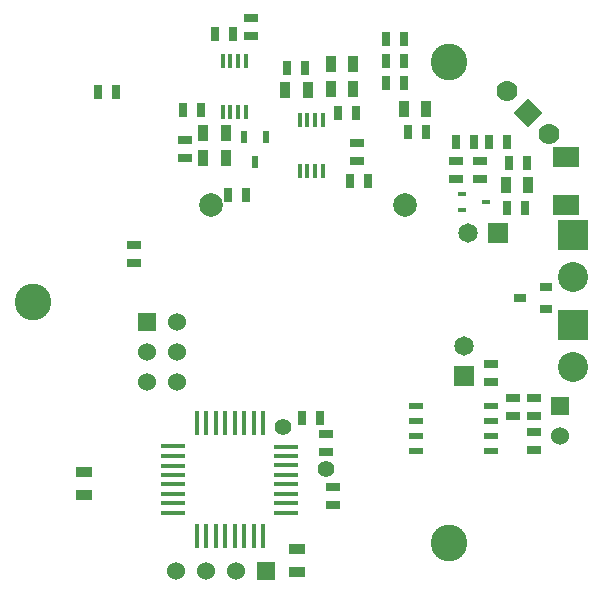
<source format=gts>
G04 (created by PCBNEW (2013-mar-13)-testing) date Mon 02 Sep 2013 08:45:34 PM CEST*
%MOIN*%
G04 Gerber Fmt 3.4, Leading zero omitted, Abs format*
%FSLAX34Y34*%
G01*
G70*
G90*
G04 APERTURE LIST*
%ADD10C,0.005906*%
%ADD11R,0.065000X0.065000*%
%ADD12C,0.065000*%
%ADD13R,0.060000X0.060000*%
%ADD14C,0.060000*%
%ADD15C,0.078740*%
%ADD16R,0.028000X0.018000*%
%ADD17R,0.025000X0.045000*%
%ADD18C,0.122047*%
%ADD19R,0.015000X0.050000*%
%ADD20R,0.023600X0.039400*%
%ADD21R,0.045000X0.025000*%
%ADD22R,0.035000X0.055000*%
%ADD23C,0.056000*%
%ADD24R,0.045000X0.020000*%
%ADD25R,0.078700X0.017700*%
%ADD26R,0.017700X0.078700*%
%ADD27R,0.086600X0.070900*%
%ADD28C,0.070000*%
%ADD29R,0.100000X0.100000*%
%ADD30C,0.100000*%
%ADD31R,0.055000X0.035000*%
%ADD32R,0.039400X0.031500*%
G04 APERTURE END LIST*
G54D10*
G54D11*
X57400Y-32200D03*
G54D12*
X57400Y-31200D03*
G54D11*
X58550Y-27450D03*
G54D12*
X57550Y-27450D03*
G54D13*
X46840Y-30420D03*
G54D14*
X47840Y-30420D03*
X46840Y-31420D03*
X47840Y-31420D03*
X46840Y-32420D03*
X47840Y-32420D03*
G54D15*
X55450Y-26500D03*
X48975Y-26500D03*
G54D16*
X57350Y-26140D03*
X57350Y-26660D03*
X58150Y-26400D03*
G54D17*
X49700Y-20800D03*
X49100Y-20800D03*
G54D18*
X43036Y-29755D03*
G54D19*
X51941Y-25375D03*
X52197Y-25375D03*
X52453Y-25375D03*
X52709Y-25375D03*
X52709Y-23675D03*
X52453Y-23675D03*
X52197Y-23675D03*
X51941Y-23675D03*
G54D20*
X50825Y-24234D03*
X50450Y-25066D03*
X50075Y-24234D03*
G54D17*
X59450Y-26600D03*
X58850Y-26600D03*
X58900Y-25100D03*
X59500Y-25100D03*
X56140Y-24080D03*
X55540Y-24080D03*
X55420Y-22440D03*
X54820Y-22440D03*
X55420Y-21700D03*
X54820Y-21700D03*
X55420Y-20960D03*
X54820Y-20960D03*
X52000Y-33600D03*
X52600Y-33600D03*
G54D21*
X52800Y-34750D03*
X52800Y-34150D03*
X58300Y-32400D03*
X58300Y-31800D03*
G54D22*
X59550Y-25850D03*
X58800Y-25850D03*
X56155Y-23300D03*
X55405Y-23300D03*
G54D23*
X52807Y-35307D03*
X51392Y-33892D03*
G54D24*
X58300Y-33200D03*
X58300Y-33700D03*
X58300Y-34200D03*
X58300Y-34700D03*
X55800Y-34700D03*
X55800Y-34200D03*
X55800Y-33700D03*
X55800Y-33200D03*
G54D22*
X52975Y-21800D03*
X53725Y-21800D03*
G54D13*
X60600Y-33200D03*
G54D14*
X60600Y-34200D03*
G54D19*
X49366Y-23400D03*
X49622Y-23400D03*
X49878Y-23400D03*
X50134Y-23400D03*
X50134Y-21700D03*
X49878Y-21700D03*
X49622Y-21700D03*
X49366Y-21700D03*
G54D25*
X51496Y-34557D03*
X51496Y-34872D03*
X51496Y-35187D03*
X51496Y-35502D03*
X51496Y-35817D03*
X51496Y-36132D03*
X51496Y-36447D03*
X51496Y-36762D03*
X47730Y-36760D03*
X47730Y-34550D03*
X47730Y-34870D03*
X47730Y-35190D03*
X47730Y-35500D03*
X47730Y-35820D03*
X47730Y-36130D03*
X47730Y-36450D03*
G54D26*
X50712Y-37550D03*
X50398Y-37550D03*
X50082Y-37550D03*
X49768Y-37550D03*
X49452Y-37550D03*
X49138Y-37550D03*
X48822Y-37550D03*
X48508Y-37550D03*
X50710Y-33770D03*
X50400Y-33770D03*
X50080Y-33770D03*
X49770Y-33770D03*
X49460Y-33770D03*
X49140Y-33770D03*
X48820Y-33770D03*
X48500Y-33770D03*
G54D27*
X60800Y-26490D03*
X60800Y-24910D03*
G54D18*
X56914Y-37766D03*
X56914Y-21739D03*
G54D21*
X48100Y-24350D03*
X48100Y-24950D03*
G54D17*
X58850Y-24400D03*
X58250Y-24400D03*
X57150Y-24400D03*
X57750Y-24400D03*
X53200Y-23450D03*
X53800Y-23450D03*
G54D21*
X50300Y-20260D03*
X50300Y-20860D03*
G54D17*
X48650Y-23350D03*
X48050Y-23350D03*
G54D21*
X57150Y-25650D03*
X57150Y-25050D03*
G54D22*
X52975Y-22650D03*
X53725Y-22650D03*
X51450Y-22675D03*
X52200Y-22675D03*
X48725Y-24950D03*
X49475Y-24950D03*
X49475Y-24100D03*
X48725Y-24100D03*
G54D28*
X60257Y-24132D03*
G54D10*
G36*
X59550Y-23919D02*
X59055Y-23425D01*
X59550Y-22930D01*
X60044Y-23425D01*
X59550Y-23919D01*
X59550Y-23919D01*
G37*
G54D28*
X58842Y-22717D03*
G54D21*
X53850Y-25050D03*
X53850Y-24450D03*
X57950Y-25650D03*
X57950Y-25050D03*
G54D17*
X51525Y-21925D03*
X52125Y-21925D03*
G54D21*
X59750Y-33550D03*
X59750Y-32950D03*
X53050Y-35900D03*
X53050Y-36500D03*
G54D29*
X61050Y-27511D03*
G54D30*
X61050Y-28889D03*
G54D29*
X61050Y-30511D03*
G54D30*
X61050Y-31889D03*
G54D17*
X49550Y-26180D03*
X50150Y-26180D03*
X54200Y-25700D03*
X53600Y-25700D03*
X45830Y-22750D03*
X45230Y-22750D03*
G54D21*
X46420Y-27830D03*
X46420Y-28430D03*
G54D31*
X44760Y-35415D03*
X44760Y-36165D03*
G54D21*
X59760Y-34670D03*
X59760Y-34070D03*
X59050Y-32950D03*
X59050Y-33550D03*
G54D32*
X59267Y-29600D03*
X60133Y-29225D03*
X60133Y-29975D03*
G54D13*
X50800Y-38700D03*
G54D14*
X49800Y-38700D03*
X48800Y-38700D03*
X47800Y-38700D03*
G54D31*
X51850Y-37975D03*
X51850Y-38725D03*
M02*

</source>
